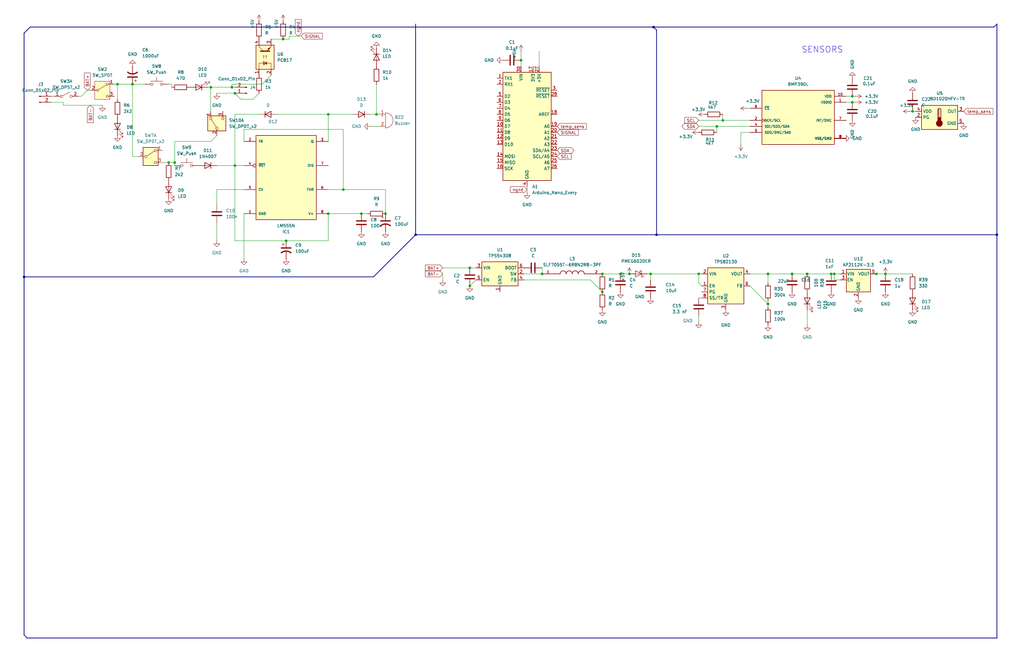
<source format=kicad_sch>
(kicad_sch (version 20250114) (generator "eeschema") (generator_version "9.0")
  (paper "USLedger")
  (lib_symbols
    (symbol "BMP390L:BMP390L" (pin_names (offset 1.016))
      (property "Reference" "U" (at -15.24 15.24 0))
      (property "Value" "BMP390L" (at -15.24 -15.24 0))
      (symbol "BMP390L_0_0"
        (pin input line (at -20.32 5.08 0) (length 5.08) (name "~{CS}") (number "6"))
        (pin input clock (at -20.32 0 0) (length 5.08) (name "SCK/SCL") (number "2"))
        (pin bidirectional line (at -20.32 -2.54 0) (length 5.08) (name "SDI/SDO/SDA") (number "4"))
        (pin bidirectional line (at -20.32 -5.08 0) (length 5.08) (name "SDO/DNC/SA0") (number "5"))
        (pin power_in line (at 20.32 10.16 180) (length 5.08) (name "VDD") (number "10"))
        (pin power_in line (at 20.32 7.62 180) (length 5.08) (name "VDDIO") (number "1"))
        (pin output line (at 20.32 0 180) (length 5.08) (name "INT/DNC") (number "7"))
        (pin power_in line (at 20.32 -7.62 180) (length 5.08) (name "VSS/GND") (number "3"))
        (pin power_in line (at 20.32 -7.62 180) (length 5.08) (name "VSS/GND") (number "8"))
        (pin power_in line (at 20.32 -7.62 180) (length 5.08) (name "VSS/GND") (number "9"))
      )
    )
    (symbol "Connector:Conn_01x02_Pin" (pin_names (offset 1.016) (hide yes))
      (property "Reference" "J" (at 0 2.54 0))
      (property "Value" "Conn_01x02_Pin" (at 0 -5.08 0))
      (symbol "Conn_01x02_Pin_1_1"
        (pin passive line (at 5.08 0 180) (length 3.81) (name "Pin_1") (number "1"))
        (pin passive line (at 5.08 -2.54 180) (length 3.81) (name "Pin_2") (number "2"))
      )
    )
    (symbol "Device:Buzzer" (pin_names (offset 0.0254) (hide yes))
      (property "Reference" "BZ" (at 3.81 1.27 0))
      (property "Value" "Buzzer" (at 3.81 -1.27 0))
      (symbol "Buzzer_1_1"
        (pin passive line (at -2.54 2.54 0) (length 2.54) (name "+") (number "1"))
        (pin passive line (at -2.54 -2.54 0) (length 2.54) (name "-") (number "2"))
      )
    )
    (symbol "Device:C" (pin_numbers (hide yes)) (pin_names (offset 0.254))
      (property "Reference" "C" (at 0.635 2.54 0))
      (property "Value" "C" (at 0.635 -2.54 0))
      (symbol "C_1_1"
        (pin passive line (at 0 3.81 270) (length 2.794) (name "~") (number "1"))
        (pin passive line (at 0 -3.81 90) (length 2.794) (name "~") (number "2"))
      )
    )
    (symbol "Device:C_Polarized_US" (pin_numbers (hide yes)) (pin_names (offset 0.254) (hide yes))
      (property "Reference" "C" (at 0.635 2.54 0))
      (property "Value" "C_Polarized_US" (at 0.635 -2.54 0))
      (symbol "C_Polarized_US_1_1"
        (pin passive line (at 0 3.81 270) (length 2.794) (name "~") (number "1"))
        (pin passive line (at 0 -3.81 90) (length 3.302) (name "~") (number "2"))
      )
    )
    (symbol "Device:D" (pin_numbers (hide yes)) (pin_names (offset 1.016) (hide yes))
      (property "Reference" "D" (at 0 2.54 0))
      (property "Value" "D" (at 0 -2.54 0))
      (symbol "D_1_1"
        (pin passive line (at -3.81 0 0) (length 2.54) (name "K") (number "1"))
        (pin passive line (at 3.81 0 180) (length 2.54) (name "A") (number "2"))
      )
    )
    (symbol "Device:LED" (pin_numbers (hide yes)) (pin_names (offset 1.016) (hide yes))
      (property "Reference" "D" (at 0 2.54 0))
      (property "Value" "LED" (at 0 -2.54 0))
      (symbol "LED_1_1"
        (pin passive line (at -3.81 0 0) (length 2.54) (name "K") (number "1"))
        (pin passive line (at 3.81 0 180) (length 2.54) (name "A") (number "2"))
      )
    )
    (symbol "Device:R" (pin_numbers (hide yes)) (pin_names (offset 0))
      (property "Reference" "R" (at 2.032 0 90))
      (property "Value" "R" (at 0 0 90))
      (symbol "R_1_1"
        (pin passive line (at 0 3.81 270) (length 1.27) (name "~") (number "1"))
        (pin passive line (at 0 -3.81 90) (length 1.27) (name "~") (number "2"))
      )
    )
    (symbol "Diode:PMEG6020ER" (pin_numbers (hide yes)) (pin_names (hide yes))
      (property "Reference" "D" (at 0 2.54 0))
      (property "Value" "PMEG6020ER" (at 0 -2.54 0))
      (symbol "PMEG6020ER_1_1"
        (pin passive line (at -3.81 0 0) (length 2.54) (name "K") (number "1"))
        (pin passive line (at 3.81 0 180) (length 2.54) (name "A") (number "2"))
      )
    )
    (symbol "Isolator:PC817" (pin_names (offset 1.016))
      (property "Reference" "U" (at -5.08 5.08 0))
      (property "Value" "PC817" (at 0 5.08 0))
      (symbol "PC817_1_1"
        (pin passive line (at -7.62 2.54 0) (length 2.54) (name "~") (number "1"))
        (pin passive line (at -7.62 -2.54 0) (length 2.54) (name "~") (number "2"))
        (pin passive line (at 7.62 2.54 180) (length 2.54) (name "~") (number "4"))
        (pin passive line (at 7.62 -2.54 180) (length 2.54) (name "~") (number "3"))
      )
    )
    (symbol "LM555N:LM555N" (pin_names (offset 1.016))
      (property "Reference" "IC" (at -12.7 18.542 0))
      (property "Value" "LM555N" (at -12.7 -19.812 0))
      (symbol "LM555N_0_0"
        (pin power_in line (at -17.78 15.24 0) (length 5.08) (name "GND") (number "1"))
        (pin input line (at -17.78 5.08 0) (length 5.08) (name "CV") (number "5"))
        (pin input inverted (at -17.78 -5.08 0) (length 5.08) (name "~{RST}") (number "4"))
        (pin input line (at -17.78 -15.24 0) (length 5.08) (name "TR") (number "2"))
        (pin power_in line (at 17.78 15.24 180) (length 5.08) (name "V+") (number "8"))
        (pin input line (at 17.78 5.08 180) (length 5.08) (name "THR") (number "6"))
        (pin input line (at 17.78 -5.08 180) (length 5.08) (name "DIS") (number "7"))
        (pin output line (at 17.78 -15.24 180) (length 5.08) (name "Q") (number "3"))
      )
    )
    (symbol "MCU_Module:Arduino_Nano_Every"
      (property "Reference" "A" (at -10.16 23.495 0))
      (property "Value" "Arduino_Nano_Every" (at 5.08 -24.13 0))
      (symbol "Arduino_Nano_Every_1_1"
        (pin bidirectional line (at -12.7 20.32 0) (length 2.54) (name "TX1") (number "1"))
        (pin bidirectional line (at -12.7 17.78 0) (length 2.54) (name "RX1") (number "2"))
        (pin bidirectional line (at -12.7 12.7 0) (length 2.54) (name "D2") (number "5"))
        (pin bidirectional line (at -12.7 10.16 0) (length 2.54) (name "D3") (number "6"))
        (pin bidirectional line (at -12.7 7.62 0) (length 2.54) (name "D4") (number "7"))
        (pin bidirectional line (at -12.7 5.08 0) (length 2.54) (name "D5") (number "8"))
        (pin bidirectional line (at -12.7 2.54 0) (length 2.54) (name "D6") (number "9"))
        (pin bidirectional line (at -12.7 0 0) (length 2.54) (name "D7") (number "10"))
        (pin bidirectional line (at -12.7 -2.54 0) (length 2.54) (name "D8") (number "11"))
        (pin bidirectional line (at -12.7 -5.08 0) (length 2.54) (name "D9") (number "12"))
        (pin bidirectional line (at -12.7 -7.62 0) (length 2.54) (name "D10") (number "13"))
        (pin bidirectional line (at -12.7 -12.7 0) (length 2.54) (name "MOSI") (number "14"))
        (pin bidirectional line (at -12.7 -15.24 0) (length 2.54) (name "MISO") (number "15"))
        (pin bidirectional line (at -12.7 -17.78 0) (length 2.54) (name "SCK") (number "16"))
        (pin power_in line (at -2.54 25.4 270) (length 2.54) (name "VIN") (number "30"))
        (pin passive line (at 0 -25.4 90) (length 2.54) (hide yes) (name "GND") (number "29"))
        (pin power_in line (at 0 -25.4 90) (length 2.54) (name "GND") (number "4"))
        (pin power_out line (at 2.54 25.4 270) (length 2.54) (name "3V3") (number "17"))
        (pin power_out line (at 5.08 25.4 270) (length 2.54) (name "+5V") (number "27"))
        (pin input line (at 12.7 15.24 180) (length 2.54) (name "~{RESET}") (number "3"))
        (pin input line (at 12.7 12.7 180) (length 2.54) (name "~{RESET}") (number "28"))
        (pin input line (at 12.7 5.08 180) (length 2.54) (name "AREF") (number "18"))
        (pin bidirectional line (at 12.7 0 180) (length 2.54) (name "A0") (number "19"))
        (pin bidirectional line (at 12.7 -2.54 180) (length 2.54) (name "A1") (number "20"))
        (pin bidirectional line (at 12.7 -5.08 180) (length 2.54) (name "A2") (number "21"))
        (pin bidirectional line (at 12.7 -7.62 180) (length 2.54) (name "A3") (number "22"))
        (pin bidirectional line (at 12.7 -10.16 180) (length 2.54) (name "SDA/A4") (number "23"))
        (pin bidirectional line (at 12.7 -12.7 180) (length 2.54) (name "SCL/A5") (number "24"))
        (pin bidirectional line (at 12.7 -15.24 180) (length 2.54) (name "A6") (number "25"))
        (pin bidirectional line (at 12.7 -17.78 180) (length 2.54) (name "A7") (number "26"))
      )
    )
    (symbol "Regulator_Linear:AP2112K-3.3" (pin_names (offset 0.254))
      (property "Reference" "U" (at -5.08 5.715 0))
      (property "Value" "AP2112K-3.3" (at 0 5.715 0))
      (symbol "AP2112K-3.3_1_1"
        (pin power_in line (at -7.62 2.54 0) (length 2.54) (name "VIN") (number "1"))
        (pin input line (at -7.62 0 0) (length 2.54) (name "EN") (number "3"))
        (pin power_in line (at 0 -7.62 90) (length 2.54) (name "GND") (number "2"))
        (pin no_connect line (at 5.08 0 180) (length 2.54) (hide yes) (name "NC") (number "4"))
        (pin power_out line (at 7.62 2.54 180) (length 2.54) (name "VOUT") (number "5"))
      )
    )
    (symbol "Regulator_Switching:TPS54308"
      (property "Reference" "U" (at -7.62 6.35 0))
      (property "Value" "TPS54308" (at 0 6.35 0))
      (symbol "TPS54308_1_1"
        (pin power_in line (at -10.16 2.54 0) (length 2.54) (name "VIN") (number "3"))
        (pin input line (at -10.16 -2.54 0) (length 2.54) (name "EN") (number "5"))
        (pin power_in line (at 0 -7.62 90) (length 2.54) (name "GND") (number "1"))
        (pin passive line (at 10.16 2.54 180) (length 2.54) (name "BOOT") (number "6"))
        (pin power_out line (at 10.16 0 180) (length 2.54) (name "SW") (number "2"))
        (pin input line (at 10.16 -2.54 180) (length 2.54) (name "FB") (number "4"))
      )
    )
    (symbol "Regulator_Switching:TPS82130"
      (property "Reference" "U" (at 1.27 11.43 0))
      (property "Value" "TPS82130" (at 5.08 8.89 0))
      (symbol "TPS82130_1_1"
        (pin power_in line (at -10.16 5.08 0) (length 2.54) (name "VIN") (number "2"))
        (pin input line (at -10.16 0 0) (length 2.54) (name "EN") (number "1"))
        (pin open_collector line (at -10.16 -2.54 0) (length 2.54) (name "PG") (number "7"))
        (pin input line (at -10.16 -5.08 0) (length 2.54) (name "SS/TR") (number "8"))
        (pin power_in line (at 0 -10.16 90) (length 2.54) (name "GND") (number "3"))
        (pin passive line (at 0 -10.16 90) (length 2.54) (hide yes) (name "GND") (number "9"))
        (pin power_out line (at 10.16 5.08 180) (length 2.54) (name "VOUT") (number "4"))
        (pin passive line (at 10.16 5.08 180) (length 2.54) (hide yes) (name "VOUT") (number "5"))
        (pin input line (at 10.16 0 180) (length 2.54) (name "FB") (number "6"))
      )
    )
    (symbol "SLF7055T-6R8N2R8-3PF[1]:SLF7055T-6R8N2R8-3PF" (pin_names (offset 1.016))
      (property "Reference" "L" (at -10.16 5.08 0))
      (property "Value" "SLF7055T-6R8N2R8-3PF" (at -10.16 -5.08 0))
      (symbol "SLF7055T-6R8N2R8-3PF_0_0"
        (pin passive line (at -12.7 0 0) (length 5.08) (name "~") (number "1"))
        (pin passive line (at 12.7 0 180) (length 5.08) (name "~") (number "2"))
      )
    )
    (symbol "Sensor_Temperature:BD1020HFV"
      (property "Reference" "U" (at 0 6.35 0))
      (property "Value" "BD1020HFV" (at -5.08 -6.35 0))
      (symbol "BD1020HFV_1_1"
        (pin power_in line (at -10.16 2.54 0) (length 2.54) (name "VDD") (number "4"))
        (pin passive line (at -10.16 0 0) (length 2.54) (name "PG") (number "2"))
        (pin no_connect line (at -7.62 -2.54 0) (length 2.54) (hide yes) (name "NC") (number "1"))
        (pin output line (at 10.16 2.54 180) (length 2.54) (name "OUT") (number "3"))
        (pin power_in line (at 10.16 -2.54 180) (length 2.54) (name "GND") (number "5"))
      )
    )
    (symbol "Switch:SW_DPDT_x2" (pin_names (offset 0) (hide yes))
      (property "Reference" "SW" (at 0 5.08 0))
      (property "Value" "SW_DPDT_x2" (at 0 -5.08 0))
      (symbol "SW_DPDT_x2_1_1"
        (pin passive line (at -5.08 0 0) (length 2.54) (name "B") (number "2"))
        (pin passive line (at 5.08 2.54 180) (length 2.54) (name "A") (number "1"))
        (pin passive line (at 5.08 -2.54 180) (length 2.54) (name "C") (number "3"))
      )
      (symbol "SW_DPDT_x2_2_1"
        (pin passive line (at -5.08 0 0) (length 2.54) (name "B") (number "5"))
        (pin passive line (at 5.08 2.54 180) (length 2.54) (name "A") (number "4"))
        (pin passive line (at 5.08 -2.54 180) (length 2.54) (name "C") (number "6"))
      )
    )
    (symbol "Switch:SW_DPST_x2" (pin_names (offset 0) (hide yes))
      (property "Reference" "SW" (at 0 3.175 0))
      (property "Value" "SW_DPST_x2" (at 0 -2.54 0))
      (symbol "SW_DPST_x2_1_1"
        (pin passive line (at -5.08 0 0) (length 2.54) (name "A") (number "1"))
        (pin passive line (at 5.08 0 180) (length 2.54) (name "B") (number "2"))
      )
      (symbol "SW_DPST_x2_2_1"
        (pin passive line (at -5.08 0 0) (length 2.54) (name "A") (number "3"))
        (pin passive line (at 5.08 0 180) (length 2.54) (name "B") (number "4"))
      )
    )
    (symbol "Switch:SW_Push" (pin_numbers (hide yes)) (pin_names (offset 1.016) (hide yes))
      (property "Reference" "SW" (at 1.27 2.54 0))
      (property "Value" "SW_Push" (at 0 -1.524 0))
      (symbol "SW_Push_0_1"
        (pin passive line (at -5.08 0 0) (length 2.54) (name "1") (number "1"))
        (pin passive line (at 5.08 0 180) (length 2.54) (name "2") (number "2"))
      )
    )
    (symbol "Switch:SW_SPDT" (pin_names (offset 0) (hide yes))
      (property "Reference" "SW" (at 0 5.08 0))
      (property "Value" "SW_SPDT" (at 0 -5.08 0))
      (symbol "SW_SPDT_1_1"
        (pin passive line (at -5.08 0 0) (length 2.54) (name "B") (number "2"))
        (pin passive line (at 5.08 2.54 180) (length 2.54) (name "A") (number "1"))
        (pin passive line (at 5.08 -2.54 180) (length 2.54) (name "C") (number "3"))
      )
    )
    (symbol "power:+3.3V" (power) (pin_numbers (hide yes)) (pin_names (offset 0) (hide yes))
      (property "Value" "+3.3V" (at 0 3.556 0))
      (symbol "+3.3V_1_1"
        (pin power_in line (at 0 0 90) (length 0) (name "~") (number "1"))
      )
    )
    (symbol "power:+5V" (power) (pin_numbers (hide yes)) (pin_names (offset 0) (hide yes))
      (property "Value" "+5V" (at 0 3.556 0))
      (symbol "+5V_1_1"
        (pin power_in line (at 0 0 90) (length 0) (name "~") (number "1"))
      )
    )
    (symbol "power:GND" (power) (pin_numbers (hide yes)) (pin_names (offset 0) (hide yes))
      (property "Value" "GND" (at 0 -3.81 0))
      (symbol "GND_1_1"
        (pin power_in line (at 0 0 270) (length 0) (name "~") (number "1"))
      )
    )
  )
  (text "SENSORS " (at 347.726 21.082 0) (effects (font (size 2.54 2.54))))
  (junction (at 351.79 115.57))
  (junction (at 261.62 115.57))
  (junction (at 99.06 39.37))
  (junction (at 198.12 113.03))
  (junction (at 99.06 69.85))
  (junction (at 158.75 48.26))
  (junction (at 152.4 90.17))
  (junction (at 334.01 115.57))
  (junction (at 219.71 25.4))
  (junction (at 55.88 35.56))
  (junction (at 275.59 11.43))
  (junction (at 71.12 68.58))
  (junction (at 162.56 90.17))
  (junction (at 274.32 115.57))
  (junction (at 369.57 115.57))
  (junction (at 254 123.19))
  (junction (at 323.85 128.27))
  (junction (at 350.52 115.57))
  (junction (at 265.43 115.57))
  (junction (at 373.38 115.57))
  (junction (at 302.26 53.34))
  (junction (at 304.8 50.8))
  (junction (at 228.6 115.57))
  (junction (at 323.85 115.57))
  (junction (at 359.41 43.18))
  (junction (at 276.86 99.06))
  (junction (at 359.41 40.64))
  (junction (at 294.64 115.57))
  (junction (at 88.9 36.83))
  (junction (at 198.12 120.65))
  (junction (at 119.38 16.51))
  (junction (at 73.66 68.58))
  (junction (at 340.36 115.57))
  (junction (at 49.53 35.56))
  (junction (at 384.81 46.99))
  (junction (at 144.78 80.01))
  (junction (at 138.43 90.17))
  (junction (at 120.65 101.6))
  (junction (at 138.43 48.26))
  (junction (at 175.26 99.06))
  (junction (at 254 115.57))
  (junction (at 97.79 36.83))
  (junction (at 420.37 99.06))
  (junction (at 10.16 116.84))
  (wire (pts (xy 295.91 120.65) (xy 294.64 119.38)))
  (wire (pts (xy 302.26 53.34) (xy 302.26 55.88)))
  (wire (pts (xy 162.56 80.01) (xy 162.56 90.17)))
  (wire (pts (xy 312.42 55.88) (xy 312.42 60.96)))
  (wire (pts (xy 127 15.24) (xy 121.92 15.24)))
  (wire (pts (xy 316.23 120.65) (xy 323.85 128.27)))
  (wire (pts (xy 356.87 58.42) (xy 355.6 58.42)))
  (bus (pts (xy 10.16 116.84) (xy 10.16 13.97)))
  (wire (pts (xy 367.03 115.57) (xy 369.57 115.57)))
  (wire (pts (xy 152.4 90.17) (xy 154.94 90.17)))
  (wire (pts (xy 91.44 93.98) (xy 91.44 101.6)))
  (wire (pts (xy 110.49 35.56) (xy 114.3 31.75)))
  (wire (pts (xy 88.9 59.69) (xy 91.44 57.15)))
  (wire (pts (xy 48.26 35.56) (xy 49.53 35.56)))
  (bus (pts (xy 175.26 99.06) (xy 276.86 99.06)))
  (wire (pts (xy 316.23 45.72) (xy 314.96 45.72)))
  (wire (pts (xy 350.52 115.57) (xy 351.79 115.57)))
  (wire (pts (xy 220.98 115.57) (xy 228.6 115.57)))
  (wire (pts (xy 160.02 53.34) (xy 156.21 53.34)))
  (bus (pts (xy 157.48 116.84) (xy 175.26 99.06)))
  (bus (pts (xy 420.37 10.16) (xy 420.37 99.06)))
  (wire (pts (xy 323.85 115.57) (xy 334.01 115.57)))
  (bus (pts (xy 276.86 12.7) (xy 275.59 11.43)))
  (wire (pts (xy 102.87 54.61) (xy 144.78 54.61)))
  (wire (pts (xy 294.64 133.35) (xy 294.64 135.89)))
  (wire (pts (xy 71.12 35.56) (xy 72.39 35.56)))
  (wire (pts (xy 219.71 25.4) (xy 219.71 27.94)))
  (wire (pts (xy 351.79 115.57) (xy 354.33 115.57)))
  (bus (pts (xy 10.16 116.84) (xy 157.48 116.84)))
  (wire (pts (xy 102.87 109.22) (xy 102.87 90.17)))
  (wire (pts (xy 99.06 69.85) (xy 102.87 69.85)))
  (wire (pts (xy 36.83 38.1) (xy 38.1 38.1)))
  (wire (pts (xy 158.75 35.56) (xy 158.75 48.26)))
  (wire (pts (xy 87.63 36.83) (xy 88.9 36.83)))
  (bus (pts (xy 420.37 99.06) (xy 420.37 269.24)))
  (wire (pts (xy 228.6 113.03) (xy 228.6 115.57)))
  (wire (pts (xy 304.8 48.26) (xy 304.8 50.8)))
  (wire (pts (xy 26.67 44.45) (xy 43.18 44.45)))
  (wire (pts (xy 302.26 53.34) (xy 316.23 53.34)))
  (wire (pts (xy 274.32 115.57) (xy 294.64 115.57)))
  (wire (pts (xy 22.86 40.64) (xy 21.59 40.64)))
  (wire (pts (xy 72.39 35.56) (xy 72.39 36.83)))
  (wire (pts (xy 49.53 35.56) (xy 55.88 35.56)))
  (wire (pts (xy 97.79 36.83) (xy 99.06 36.83)))
  (wire (pts (xy 160.02 48.26) (xy 158.75 48.26)))
  (wire (pts (xy 26.67 43.18) (xy 26.67 44.45)))
  (wire (pts (xy 356.87 40.64) (xy 359.41 40.64)))
  (wire (pts (xy 261.62 115.57) (xy 265.43 115.57)))
  (wire (pts (xy 144.78 80.01) (xy 162.56 80.01)))
  (wire (pts (xy 33.02 40.64) (xy 34.29 40.64)))
  (wire (pts (xy 274.32 118.11) (xy 274.32 115.57)))
  (wire (pts (xy 200.66 118.11) (xy 198.12 120.65)))
  (wire (pts (xy 248.92 118.11) (xy 254 123.19)))
  (wire (pts (xy 158.75 48.26) (xy 156.21 48.26)))
  (bus (pts (xy 275.59 11.43) (xy 419.1 11.43)))
  (wire (pts (xy 316.23 115.57) (xy 323.85 115.57)))
  (wire (pts (xy 55.88 35.56) (xy 60.96 35.56)))
  (wire (pts (xy 97.79 35.56) (xy 110.49 35.56)))
  (wire (pts (xy 99.06 69.85) (xy 99.06 101.6)))
  (wire (pts (xy 227.33 21.59) (xy 227.33 27.94)))
  (wire (pts (xy 97.79 36.83) (xy 97.79 35.56)))
  (wire (pts (xy 88.9 36.83) (xy 88.9 46.99)))
  (bus (pts (xy 420.37 269.24) (xy 11.43 269.24)))
  (wire (pts (xy 359.41 40.64) (xy 360.68 40.64)))
  (wire (pts (xy 323.85 119.38) (xy 323.85 115.57)))
  (wire (pts (xy 254 115.57) (xy 261.62 115.57)))
  (wire (pts (xy 294.64 50.8) (xy 304.8 50.8)))
  (wire (pts (xy 222.25 81.28) (xy 222.25 78.74)))
  (wire (pts (xy 91.44 80.01) (xy 102.87 80.01)))
  (wire (pts (xy 102.87 54.61) (xy 102.87 59.69)))
  (wire (pts (xy 186.69 118.11) (xy 186.69 115.57)))
  (wire (pts (xy 120.65 101.6) (xy 138.43 101.6)))
  (wire (pts (xy 383.54 46.99) (xy 384.81 46.99)))
  (wire (pts (xy 99.06 39.37) (xy 101.6 41.91)))
  (wire (pts (xy 121.92 15.24) (xy 121.92 16.51)))
  (wire (pts (xy 55.88 66.04) (xy 58.42 66.04)))
  (wire (pts (xy 73.66 68.58) (xy 73.66 59.69)))
  (wire (pts (xy 340.36 115.57) (xy 350.52 115.57)))
  (wire (pts (xy 356.87 43.18) (xy 359.41 43.18)))
  (wire (pts (xy 312.42 55.88) (xy 316.23 55.88)))
  (wire (pts (xy 294.64 125.73) (xy 295.91 125.73)))
  (wire (pts (xy 34.29 40.64) (xy 36.83 38.1)))
  (wire (pts (xy 71.12 68.58) (xy 73.66 68.58)))
  (wire (pts (xy 294.64 115.57) (xy 294.64 119.38)))
  (wire (pts (xy 138.43 48.26) (xy 138.43 59.69)))
  (wire (pts (xy 294.64 115.57) (xy 295.91 115.57)))
  (wire (pts (xy 55.88 35.56) (xy 55.88 66.04)))
  (wire (pts (xy 359.41 43.18) (xy 360.68 43.18)))
  (wire (pts (xy 369.57 115.57) (xy 373.38 115.57)))
  (wire (pts (xy 273.05 115.57) (xy 274.32 115.57)))
  (bus (pts (xy 276.86 99.06) (xy 420.37 99.06)))
  (wire (pts (xy 351.79 115.57) (xy 351.79 118.11)))
  (wire (pts (xy 198.12 113.03) (xy 200.66 113.03)))
  (wire (pts (xy 340.36 130.81) (xy 340.36 137.16)))
  (wire (pts (xy 373.38 115.57) (xy 384.81 115.57)))
  (wire (pts (xy 49.53 35.56) (xy 49.53 41.91)))
  (bus (pts (xy 12.7 11.43) (xy 275.59 11.43)))
  (wire (pts (xy 148.59 48.26) (xy 138.43 48.26)))
  (wire (pts (xy 384.81 46.99) (xy 386.08 46.99)))
  (wire (pts (xy 68.58 68.58) (xy 71.12 68.58)))
  (wire (pts (xy 73.66 69.85) (xy 73.66 68.58)))
  (wire (pts (xy 99.06 101.6) (xy 120.65 101.6)))
  (wire (pts (xy 220.98 118.11) (xy 248.92 118.11)))
  (wire (pts (xy 91.44 80.01) (xy 91.44 86.36)))
  (wire (pts (xy 99.06 48.26) (xy 109.22 48.26)))
  (wire (pts (xy 73.66 59.69) (xy 88.9 59.69)))
  (bus (pts (xy 175.26 10.16) (xy 175.26 99.06)))
  (wire (pts (xy 116.84 48.26) (xy 138.43 48.26)))
  (wire (pts (xy 334.01 115.57) (xy 340.36 115.57)))
  (wire (pts (xy 144.78 54.61) (xy 144.78 80.01)))
  (wire (pts (xy 323.85 127) (xy 323.85 128.27)))
  (wire (pts (xy 91.44 69.85) (xy 99.06 69.85)))
  (wire (pts (xy 101.6 41.91) (xy 106.68 41.91)))
  (wire (pts (xy 119.38 16.51) (xy 114.3 16.51)))
  (bus (pts (xy 10.16 13.97) (xy 12.7 11.43)))
  (wire (pts (xy 304.8 50.8) (xy 316.23 50.8)))
  (wire (pts (xy 106.68 41.91) (xy 109.22 39.37)))
  (wire (pts (xy 21.59 43.18) (xy 26.67 43.18)))
  (bus (pts (xy 10.16 267.97) (xy 10.16 116.84)))
  (wire (pts (xy 323.85 129.54) (xy 323.85 128.27)))
  (wire (pts (xy 88.9 36.83) (xy 97.79 36.83)))
  (wire (pts (xy 99.06 39.37) (xy 91.44 39.37)))
  (wire (pts (xy 121.92 16.51) (xy 119.38 16.51)))
  (wire (pts (xy 351.79 118.11) (xy 354.33 118.11)))
  (bus (pts (xy 276.86 99.06) (xy 276.86 12.7)))
  (wire (pts (xy 219.71 21.59) (xy 219.71 25.4)))
  (wire (pts (xy 186.69 113.03) (xy 198.12 113.03)))
  (bus (pts (xy 419.1 11.43) (xy 420.37 10.16)))
  (wire (pts (xy 138.43 90.17) (xy 152.4 90.17)))
  (wire (pts (xy 294.64 53.34) (xy 302.26 53.34)))
  (wire (pts (xy 99.06 48.26) (xy 99.06 69.85)))
  (bus (pts (xy 11.43 269.24) (xy 10.16 267.97)))
  (wire (pts (xy 138.43 80.01) (xy 144.78 80.01)))
  (wire (pts (xy 138.43 90.17) (xy 138.43 101.6)))
  (global_label "temp_sens" (shape input) (at 406.4 46.99 0) (property "Intersheetrefs" "${INTERSHEET_REFS}" (effects (hide yes))))
  (global_label "BAT-" (shape input) (at 38.1 44.45 270) (property "Intersheetrefs" "${INTERSHEET_REFS}" (effects (hide yes))))
  (global_label "SIGNAL" (shape input) (at 127 15.24 0) (property "Intersheetrefs" "${INTERSHEET_REFS}" (effects (hide yes))))
  (global_label "BAT-" (shape input) (at 186.69 115.57 180) (property "Intersheetrefs" "${INTERSHEET_REFS}" (effects (hide yes))))
  (global_label "temp_sens" (shape input) (at 234.95 53.34 0) (property "Intersheetrefs" "${INTERSHEET_REFS}" (effects (hide yes))))
  (global_label "SDA" (shape bidirectional) (at 234.95 63.5 0) (property "Intersheetrefs" "${INTERSHEET_REFS}" (effects (hide yes))))
  (global_label "ngnd" (shape input) (at 222.25 80.01 180) (property "Intersheetrefs" "${INTERSHEET_REFS}" (effects (hide yes))))
  (global_label "SIGNAL" (shape input) (at 234.95 55.88 0) (property "Intersheetrefs" "${INTERSHEET_REFS}" (effects (hide yes))))
  (global_label "BAT+" (shape input) (at 36.83 38.1 90) (property "Intersheetrefs" "${INTERSHEET_REFS}" (effects (hide yes))))
  (global_label "BAT+" (shape input) (at 186.69 113.03 180) (property "Intersheetrefs" "${INTERSHEET_REFS}" (effects (hide yes))))
  (global_label "SCL" (shape input) (at 234.95 66.04 0) (property "Intersheetrefs" "${INTERSHEET_REFS}" (effects (hide yes))))
  (global_label "ngnd" (shape input) (at 125.73 15.24 90) (property "Intersheetrefs" "${INTERSHEET_REFS}" (effects (hide yes))))
  (global_label "SCL" (shape input) (at 294.64 50.8 180) (property "Intersheetrefs" "${INTERSHEET_REFS}" (effects (hide yes))))
  (global_label "SDA" (shape bidirectional) (at 294.64 53.34 180) (property "Intersheetrefs" "${INTERSHEET_REFS}" (effects (hide yes))))
  (symbol (lib_id "power:GND") (at 406.4 52.07 0) (unit 1)
    (property "Reference" "#PWR0171" (effects (hide yes)))
    (property "Value" "GND" (at 406.4 57.15 0))
    (property "Description" "Power symbol creates a global label with name \"GND\" , ground" (effects (hide yes)))
  )
  (symbol (lib_id "power:GND") (at 386.08 49.53 0) (unit 1)
    (property "Reference" "#PWR0172" (effects (hide yes)))
    (property "Value" "GND" (at 386.08 54.61 0))
    (property "Description" "Power symbol creates a global label with name \"GND\" , ground" (effects (hide yes)))
  )
  (symbol (lib_id "Device:C") (at 91.44 90.17 0) (unit 1)
    (property "Reference" "C10" (at 95.25 88.8999 0) (effects (justify left)))
    (property "Value" "100n" (at 95.25 91.4399 0) (effects (justify left)))
    (property "Description" "Unpolarized capacitor" (effects (hide yes)))
  )
  (symbol (lib_id "Device:LED") (at 71.12 80.01 90) (unit 1)
    (property "Reference" "D9" (at 74.93 80.3274 90) (effects (justify right)))
    (property "Value" "LED" (at 74.93 82.8674 90) (effects (justify right)))
    (property "Description" "Light emitting diode" (effects (hide yes)))
    (property "Sim.Pins" "1=K 2=A" (effects (hide yes)))
  )
  (symbol (lib_id "Device:D") (at 113.03 48.26 0) (unit 1)
    (property "Reference" "D12" (at 115.062 51.308 0))
    (property "Value" "D" (at 113.03 44.45 0))
    (property "Description" "Diode" (effects (hide yes)))
    (property "Sim.Device" "D" (effects (hide yes)))
    (property "Sim.Pins" "1=K 2=A" (effects (hide yes)))
  )
  (symbol (lib_id "power:GND") (at 254 130.81 0) (unit 1)
    (property "Reference" "#PWR04" (effects (hide yes)))
    (property "Value" "GND" (at 254 135.89 0))
    (property "Description" "Power symbol creates a global label with name \"GND\" , ground" (effects (hide yes)))
  )
  (symbol (lib_id "power:+3.3V") (at 360.68 40.64 270) (unit 1)
    (property "Reference" "#PWR0149" (effects (hide yes)))
    (property "Value" "+3.3V" (at 364.49 40.6399 90) (effects (justify left)))
    (property "Description" "Power symbol creates a global label with name \"+3.3V\"" (effects (hide yes)))
  )
  (symbol (lib_id "power:GND") (at 152.4 97.79 0) (unit 1)
    (property "Reference" "#PWR018" (effects (hide yes)))
    (property "Value" "GND" (at 152.4 102.87 0))
    (property "Description" "Power symbol creates a global label with name \"GND\" , ground" (effects (hide yes)))
  )
  (symbol (lib_id "Device:R") (at 298.45 55.88 90) (unit 1)
    (property "Reference" "R11" (at 299.466 58.928 90))
    (property "Value" "4k7" (at 299.212 60.452 90))
    (property "Footprint" "Resistor_SMD:R_0603_1608Metric" (effects (hide yes)))
    (property "Description" "Resistor" (effects (hide yes)))
  )
  (symbol (lib_id "Device:R") (at 254 119.38 0) (unit 1)
    (property "Reference" "R1" (at 256.54 118.1099 0) (effects (justify left)))
    (property "Value" "R" (at 256.54 120.6499 0) (effects (justify left)))
    (property "Description" "Resistor" (effects (hide yes)))
  )
  (symbol (lib_id "Device:C") (at 274.32 121.92 0) (unit 1)
    (property "Reference" "C14" (at 280.67 120.142 0) (effects (justify left)))
    (property "Value" "10uF" (at 280.67 122.682 0) (effects (justify left)))
    (property "Footprint" "Capacitor_SMD:C_0603_1608Metric" (effects (hide yes)))
    (property "Description" "Unpolarized capacitor" (effects (hide yes)))
  )
  (symbol (lib_id "Device:Buzzer") (at 162.56 50.8 0) (unit 1)
    (property "Reference" "BZ2" (at 166.37 49.5299 0) (effects (justify left)))
    (property "Value" "Buzzer" (at 166.37 52.0699 0) (effects (justify left)))
    (property "Description" "Buzzer, polarized" (effects (hide yes)))
  )
  (symbol (lib_id "Switch:SW_Push") (at 66.04 35.56 0) (unit 1)
    (property "Reference" "SW8" (at 66.04 27.94 0))
    (property "Value" "SW_Push" (at 66.04 30.48 0))
    (property "Description" "Push button switch, generic, two pins" (effects (hide yes)))
  )
  (symbol (lib_id "Device:D") (at 87.63 69.85 180) (unit 1)
    (property "Reference" "D11" (at 87.63 63.5 0))
    (property "Value" "1N4007" (at 87.63 66.04 0))
    (property "Description" "Diode" (effects (hide yes)))
    (property "Sim.Device" "D" (effects (hide yes)))
    (property "Sim.Pins" "1=K 2=A" (effects (hide yes)))
  )
  (symbol (lib_id "Regulator_Linear:AP2112K-3.3") (at 361.95 118.11 0) (unit 1)
    (property "Reference" "U12" (at 361.95 109.22 0))
    (property "Value" "AP2112K-3.3" (at 361.95 111.76 0))
    (property "Footprint" "Package_TO_SOT_SMD:SOT-23-5" (effects (hide yes)))
    (property "Datasheet" "https://www.diodes.com/assets/Datasheets/AP2112.pdf" (effects (hide yes)))
    (property "Description" "600mA low dropout linear regulator, with enable pin, 3.8V-6V input voltage range, 3.3V fixed positive output, SOT-23-5" (effects (hide yes)))
  )
  (symbol (lib_id "power:GND") (at 102.87 109.22 0) (unit 1)
    (property "Reference" "#PWR020" (effects (hide yes)))
    (property "Value" "GND" (at 102.87 114.3 0))
    (property "Description" "Power symbol creates a global label with name \"GND\" , ground" (effects (hide yes)))
  )
  (symbol (lib_id "Device:LED") (at 158.75 24.13 270) (unit 1)
    (property "Reference" "D14" (at 161.29 21.2724 90) (effects (justify left)))
    (property "Value" "LED" (at 161.29 23.8124 90) (effects (justify left)))
    (property "Description" "Light emitting diode" (effects (hide yes)))
    (property "Sim.Pins" "1=K 2=A" (effects (hide yes)))
  )
  (symbol (lib_id "Device:C_Polarized_US") (at 55.88 31.75 180) (unit 1)
    (property "Reference" "C6" (at 59.944 21.082 0) (effects (justify right)))
    (property "Value" "1000uF" (at 59.944 23.622 0) (effects (justify right)))
    (property "Description" "Polarized capacitor, US symbol" (effects (hide yes)))
  )
  (symbol (lib_id "power:GND") (at 274.32 125.73 0) (unit 1)
    (property "Reference" "#PWR0131" (effects (hide yes)))
    (property "Value" "GND" (at 269.748 125.222 0))
    (property "Description" "Power symbol creates a global label with name \"GND\" , ground" (effects (hide yes)))
  )
  (symbol (lib_id "power:GND") (at 71.12 83.82 0) (unit 1)
    (property "Reference" "#PWR015" (effects (hide yes)))
    (property "Value" "GND" (at 71.12 88.9 0))
    (property "Description" "Power symbol creates a global label with name \"GND\" , ground" (effects (hide yes)))
  )
  (symbol (lib_id "power:GND") (at 384.81 130.81 0) (unit 1)
    (property "Reference" "#PWR0193" (effects (hide yes)))
    (property "Value" "GND" (at 384.81 135.89 0))
    (property "Description" "Power symbol creates a global label with name \"GND\" , ground" (effects (hide yes)))
  )
  (symbol (lib_id "power:+3.3V") (at 314.96 45.72 90) (unit 1)
    (property "Reference" "#PWR0145" (effects (hide yes)))
    (property "Value" "+3.3V" (at 320.294 42.672 90) (effects (justify left)))
    (property "Description" "Power symbol creates a global label with name \"+3.3V\"" (effects (hide yes)))
  )
  (symbol (lib_id "power:GND") (at 323.85 137.16 0) (unit 1)
    (property "Reference" "#PWR0186" (effects (hide yes)))
    (property "Value" "GND" (at 323.85 142.24 0))
    (property "Description" "Power symbol creates a global label with name \"GND\" , ground" (effects (hide yes)))
  )
  (symbol (lib_id "Device:R") (at 119.38 12.7 0) (unit 1)
    (property "Reference" "R4" (at 121.92 11.4299 0) (effects (justify left)))
    (property "Value" "R" (at 121.92 13.9699 0) (effects (justify left)))
    (property "Description" "Resistor" (effects (hide yes)))
  )
  (symbol (lib_id "Device:C") (at 224.79 113.03 90) (unit 1)
    (property "Reference" "C3" (at 224.79 105.41 90))
    (property "Value" "C" (at 224.79 107.95 90))
    (property "Description" "Unpolarized capacitor" (effects (hide yes)))
  )
  (symbol (lib_id "power:+3.3V") (at 312.42 60.96 180) (unit 1)
    (property "Reference" "#PWR0161" (effects (hide yes)))
    (property "Value" "+3.3V" (at 312.42 66.04 0))
    (property "Description" "Power symbol creates a global label with name \"+3.3V\"" (effects (hide yes)))
  )
  (symbol (lib_id "LM555N:LM555N") (at 120.65 74.93 0) (mirror x) (unit 1)
    (property "Reference" "IC1" (at 120.65 97.79 0))
    (property "Value" "LM555N" (at 120.65 95.25 0))
    (property "MF" "Intersil" (effects (hide yes)))
    (property "Description_1" "TIMER FOR TIMING DELAYS" (effects (hide yes)))
    (property "Package" "None" (effects (hide yes)))
    (property "Price" "None" (effects (hide yes)))
    (property "SnapEDA_Link" "https://www.snapeda.com/parts/LM555N/Intersil/view-part/?ref=snap" (effects (hide yes)))
    (property "MP" "LM555N" (effects (hide yes)))
    (property "Availability" "Not in stock" (effects (hide yes)))
    (property "Check_prices" "https://www.snapeda.com/parts/LM555N/Intersil/view-part/?ref=eda" (effects (hide yes)))
  )
  (symbol (lib_id "Device:R") (at 254 127 0) (unit 1)
    (property "Reference" "R2" (at 256.54 125.7299 0) (effects (justify left)))
    (property "Value" "R" (at 256.54 128.2699 0) (effects (justify left)))
    (property "Description" "Resistor" (effects (hide yes)))
  )
  (symbol (lib_id "Device:C") (at 359.41 46.99 180) (unit 1)
    (property "Reference" "C20" (at 367.792 46.99 0))
    (property "Value" "0.1uF" (at 367.792 49.022 0))
    (property "Footprint" "Capacitor_SMD:C_0603_1608Metric" (effects (hide yes)))
    (property "Description" "Unpolarized capacitor" (effects (hide yes)))
  )
  (symbol (lib_id "Switch:SW_DPST_x2") (at 27.94 40.64 0) (unit 1)
    (property "Reference" "SW3" (at 27.94 34.29 0))
    (property "Value" "SW_DPST_x2" (at 27.94 36.83 0))
    (property "Description" "Single Pole Single Throw (SPST) switch, separate symbol" (effects (hide yes)))
  )
  (symbol (lib_id "Regulator_Switching:TPS54308") (at 210.82 115.57 0) (unit 1)
    (property "Reference" "U1" (at 210.82 105.41 0))
    (property "Value" "TPS54308" (at 210.82 107.95 0))
    (property "Footprint" "Package_TO_SOT_SMD:SOT-23-6" (effects (hide yes)))
    (property "Datasheet" "http://www.ti.com/lit/ds/symlink/tps54308.pdf" (effects (hide yes)))
    (property "Description" "3A, 4.5 to 28V Input, EMI Friendly integrated switch synchronous step-down regulator, continuous-conduction, SOT-23-6" (effects (hide yes)))
  )
  (symbol (lib_id "power:+3.3V") (at 360.68 43.18 270) (unit 1)
    (property "Reference" "#PWR0147" (effects (hide yes)))
    (property "Value" "+3.3V" (at 364.49 43.1799 90) (effects (justify left)))
    (property "Description" "Power symbol creates a global label with name \"+3.3V\"" (effects (hide yes)))
  )
  (symbol (lib_id "Device:LED") (at 83.82 36.83 180) (unit 1)
    (property "Reference" "D10" (at 85.4075 29.21 0))
    (property "Value" "LED" (at 85.4075 31.75 0))
    (property "Description" "Light emitting diode" (effects (hide yes)))
    (property "Sim.Pins" "1=K 2=A" (effects (hide yes)))
  )
  (symbol (lib_id "BMP390L:BMP390L") (at 336.55 50.8 0) (unit 1)
    (property "Reference" "U4" (at 336.55 33.02 0))
    (property "Value" "BMP390L" (at 336.55 35.56 0))
    (property "Footprint" "Package_LGA:ST_HLGA-10_2x2mm_P0.5mm_LayoutBorder3x2y" (effects (hide yes)))
    (property "MF" "Bosch Sensortec" (effects (hide yes)))
    (property "MAXIMUM_PACKAGE_HEIGHT" "0.8 mm" (effects (hide yes)))
    (property "Package" "None" (effects (hide yes)))
    (property "Price" "None" (effects (hide yes)))
    (property "Check_prices" "https://www.snapeda.com/parts/BMP390L/Bosch/view-part/?ref=eda" (effects (hide yes)))
    (property "STANDARD" "Manufacturer Recommendation" (effects (hide yes)))
    (property "PARTREV" "1.7" (effects (hide yes)))
    (property "SnapEDA_Link" "https://www.snapeda.com/parts/BMP390L/Bosch/view-part/?ref=snap" (effects (hide yes)))
    (property "MP" "BMP390L" (effects (hide yes)))
    (property "Description_1" "\n                        \n                            Pressure Sensor Development Tools Evaluation Shuttle Board for the BMP390L\n                        \n" (effects (hide yes)))
    (property "MANUFACTURER" "BOSCH" (effects (hide yes)))
    (property "Availability" "In Stock" (effects (hide yes)))
    (property "SNAPEDA_PN" "BMP390L" (effects (hide yes)))
  )
  (symbol (lib_id "Isolator:PC817") (at 111.76 24.13 90) (unit 1)
    (property "Reference" "U6" (at 116.84 22.8599 90) (effects (justify right)))
    (property "Value" "PC817" (at 116.84 25.3999 90) (effects (justify right)))
    (property "Footprint" "Package_DIP:DIP-4_W7.62mm" (effects (hide yes)))
    (property "Datasheet" "http://www.soselectronic.cz/a_info/resource/d/pc817.pdf" (effects (hide yes)))
    (property "Description" "DC Optocoupler, Vce 35V, CTR 50-300%, DIP-4" (effects (hide yes)))
  )
  (symbol (lib_id "Sensor_Temperature:BD1020HFV") (at 396.24 49.53 0) (unit 1)
    (property "Reference" "U5" (at 396.24 39.37 0))
    (property "Value" "BD1020HFV-TR" (at 399.542 41.656 0))
    (property "Footprint" "Package_TO_SOT_SMD:HVSOF5" (effects (hide yes)))
    (property "Datasheet" "http://rohmfs.rohm.com/en/products/databook/datasheet/ic/sensor/temperature/bd1020hfv-e.pdf" (effects (hide yes)))
    (property "Description" "Analog Output Temperature Sensor" (effects (hide yes)))
  )
  (symbol (lib_id "Device:R") (at 49.53 45.72 0) (unit 1)
    (property "Reference" "R6" (at 52.07 44.4499 0) (effects (justify left)))
    (property "Value" "2k2" (at 52.07 46.9899 0) (effects (justify left)))
    (property "Description" "Resistor" (effects (hide yes)))
  )
  (symbol (lib_id "Regulator_Switching:TPS82130") (at 306.07 120.65 0) (unit 1)
    (property "Reference" "U2" (at 306.07 107.95 0))
    (property "Value" "TPS82130" (at 306.07 110.49 0))
    (property "Footprint" "Package_LGA:Texas_SIL0008D_MicroSiP-8-1EP_2.8x3mm_P0.65mm_EP1.1x1.9mm_ThermalVias" (effects (hide yes)))
    (property "Datasheet" "http://www.ti.com/lit/ds/symlink/tps82130.pdf" (effects (hide yes)))
    (property "Description" "17V Input 3A Step-Down Converter MicroSiP Module with Integrated Inductor, μSiL-8" (effects (hide yes)))
  )
  (symbol (lib_id "power:GND") (at 334.01 123.19 0) (unit 1)
    (property "Reference" "#PWR0187" (effects (hide yes)))
    (property "Value" "GND" (at 334.01 128.27 0))
    (property "Description" "Power symbol creates a global label with name \"GND\" , ground" (effects (hide yes)))
  )
  (symbol (lib_id "Device:C_Polarized_US") (at 162.56 93.98 0) (unit 1)
    (property "Reference" "C7" (at 166.37 92.0749 0) (effects (justify left)))
    (property "Value" "100uF" (at 166.37 94.6149 0) (effects (justify left)))
    (property "Description" "Polarized capacitor, US symbol" (effects (hide yes)))
  )
  (symbol (lib_id "Connector:Conn_01x02_Pin") (at 104.14 39.37 180) (unit 1)
    (property "Reference" "J4" (at 105.41 36.8299 0) (effects (justify right)))
    (property "Value" "Conn_01x02_Pin" (at 91.948 33.274 0) (effects (justify right)))
    (property "Description" "Generic connector, single row, 01x02, script generated" (effects (hide yes)))
  )
  (symbol (lib_id "power:GND") (at 373.38 123.19 0) (unit 1)
    (property "Reference" "#PWR0192" (effects (hide yes)))
    (property "Value" "GND" (at 373.38 128.27 0))
    (property "Description" "Power symbol creates a global label with name \"GND\" , ground" (effects (hide yes)))
  )
  (symbol (lib_id "Device:R") (at 158.75 90.17 90) (unit 1)
    (property "Reference" "R9" (at 158.75 83.82 90))
    (property "Value" "R" (at 158.75 86.36 90))
    (property "Description" "Resistor" (effects (hide yes)))
  )
  (symbol (lib_id "Device:C") (at 261.62 119.38 0) (unit 1)
    (property "Reference" "C4" (at 265.43 118.1099 0) (effects (justify left)))
    (property "Value" "C" (at 265.43 120.6499 0) (effects (justify left)))
    (property "Description" "Unpolarized capacitor" (effects (hide yes)))
  )
  (symbol (lib_id "power:GND") (at 91.44 39.37 0) (unit 1)
    (property "Reference" "#PWR016" (effects (hide yes)))
    (property "Value" "GND" (at 91.44 44.45 0))
    (property "Description" "Power symbol creates a global label with name \"GND\" , ground" (effects (hide yes)))
  )
  (symbol (lib_id "power:+5V") (at 219.71 21.59 0) (unit 1)
    (property "Reference" "#PWR0144" (effects (hide yes)))
    (property "Value" "+5V" (at 216.916 24.892 90) (effects (justify left)))
    (property "Description" "Power symbol creates a global label with name \"+5V\"" (effects (hide yes)))
  )
  (symbol (lib_id "power:GND") (at 156.21 53.34 270) (unit 1)
    (property "Reference" "#PWR022" (effects (hide yes)))
    (property "Value" "GND" (at 152.4 53.3399 90) (effects (justify right)))
    (property "Description" "Power symbol creates a global label with name \"GND\" , ground" (effects (hide yes)))
  )
  (symbol (lib_id "Device:LED") (at 49.53 53.34 90) (unit 1)
    (property "Reference" "D8" (at 53.34 53.6574 90) (effects (justify right)))
    (property "Value" "LED" (at 53.34 56.1974 90) (effects (justify right)))
    (property "Description" "Light emitting diode" (effects (hide yes)))
    (property "Sim.Pins" "1=K 2=A" (effects (hide yes)))
  )
  (symbol (lib_id "Device:R") (at 323.85 123.19 0) (unit 1)
    (property "Reference" "R35" (at 326.39 121.9199 0) (effects (justify left)))
    (property "Value" "350k" (at 326.39 124.4599 0) (effects (justify left)))
    (property "Footprint" "Resistor_SMD:R_0603_1608Metric" (effects (hide yes)))
    (property "Description" "Resistor" (effects (hide yes)))
  )
  (symbol (lib_id "power:GND") (at 120.65 109.22 0) (unit 1)
    (property "Reference" "#PWR019" (effects (hide yes)))
    (property "Value" "GND" (at 120.65 114.3 0))
    (property "Description" "Power symbol creates a global label with name \"GND\" , ground" (effects (hide yes)))
  )
  (symbol (lib_id "power:GND") (at 355.6 58.42 90) (unit 1)
    (property "Reference" "#PWR0167" (effects (hide yes)))
    (property "Value" "GND" (at 359.41 58.4199 90) (effects (justify right)))
    (property "Description" "Power symbol creates a global label with name \"GND\" , ground" (effects (hide yes)))
  )
  (symbol (lib_id "power:GND") (at 91.44 101.6 0) (unit 1)
    (property "Reference" "#PWR021" (effects (hide yes)))
    (property "Value" "GND" (at 91.44 106.68 0))
    (property "Description" "Power symbol creates a global label with name \"GND\" , ground" (effects (hide yes)))
  )
  (symbol (lib_id "Device:C") (at 334.01 119.38 0) (unit 1)
    (property "Reference" "C16" (at 337.82 118.1099 0) (effects (justify left)))
    (property "Value" "22uF" (at 327.914 118.618 0) (effects (justify left)))
    (property "Footprint" "Capacitor_SMD:C_0603_1608Metric" (effects (hide yes)))
    (property "Description" "Unpolarized capacitor" (effects (hide yes)))
  )
  (symbol (lib_id "power:GND") (at 55.88 27.94 180) (unit 1)
    (property "Reference" "#PWR014" (effects (hide yes)))
    (property "Value" "GND" (at 55.88 22.86 0))
    (property "Description" "Power symbol creates a global label with name \"GND\" , ground" (effects (hide yes)))
  )
  (symbol (lib_id "Connector:Conn_01x02_Pin") (at 16.51 40.64 0) (unit 1)
    (property "Reference" "J3" (at 17.145 35.56 0))
    (property "Value" "Conn_01x02_Pin" (at 17.145 38.1 0))
    (property "Description" "Generic connector, single row, 01x02, script generated" (effects (hide yes)))
  )
  (symbol (lib_id "Device:LED") (at 384.81 127 90) (unit 1)
    (property "Reference" "D17" (at 388.62 127.3174 90) (effects (justify right)))
    (property "Value" "LED" (at 388.62 129.8574 90) (effects (justify right)))
    (property "Footprint" "LED_SMD:LED_0201_0603Metric" (effects (hide yes)))
    (property "Description" "Light emitting diode" (effects (hide yes)))
    (property "Sim.Pins" "1=K 2=A" (effects (hide yes)))
  )
  (symbol (lib_id "power:GND") (at 306.07 130.81 0) (unit 1)
    (property "Reference" "#PWR027" (effects (hide yes)))
    (property "Value" "GND" (at 306.07 137.16 0))
    (property "Description" "Power symbol creates a global label with name \"GND\" , ground" (effects (hide yes)))
  )
  (symbol (lib_id "Switch:SW_Push") (at 78.74 69.85 0) (unit 1)
    (property "Reference" "SW9" (at 78.74 62.23 0))
    (property "Value" "SW_Push" (at 78.74 64.77 0))
    (property "Description" "Push button switch, generic, two pins" (effects (hide yes)))
  )
  (symbol (lib_id "Device:R") (at 323.85 133.35 0) (unit 1)
    (property "Reference" "R37" (at 326.39 132.0799 0) (effects (justify left)))
    (property "Value" "100k" (at 326.39 134.6199 0) (effects (justify left)))
    (property "Footprint" "Resistor_SMD:R_0603_1608Metric" (effects (hide yes)))
    (property "Description" "Resistor" (effects (hide yes)))
  )
  (symbol (lib_id "power:GND") (at 49.53 57.15 0) (unit 1)
    (property "Reference" "#PWR013" (effects (hide yes)))
    (property "Value" "GND" (at 49.53 62.23 0))
    (property "Description" "Power symbol creates a global label with name \"GND\" , ground" (effects (hide yes)))
  )
  (symbol (lib_id "power:GND") (at 340.36 137.16 0) (unit 1)
    (property "Reference" "#PWR06" (effects (hide yes)))
    (property "Value" "GND" (at 340.36 142.24 0))
    (property "Description" "Power symbol creates a global label with name \"GND\" , ground" (effects (hide yes)))
  )
  (symbol (lib_id "SLF7055T-6R8N2R8-3PF[1]:SLF7055T-6R8N2R8-3PF") (at 241.3 115.57 0) (unit 1)
    (property "Reference" "L3" (at 241.3 109.22 0))
    (property "Value" "SLF7055T-6R8N2R8-3PF" (at 241.3 111.76 0))
    (property "Footprint" "Inductor_SMD:L_7.3x7.3_H4.5" (effects (hide yes)))
    (property "MF" "TDK" (effects (hide yes)))
    (property "MAXIMUM_PACKAGE_HEIGHT" "5.8 mm" (effects (hide yes)))
    (property "Package" "NON STANDARD-2 TDK" (effects (hide yes)))
    (property "Price" "None" (effects (hide yes)))
    (property "Check_prices" "https://www.snapeda.com/parts/SLF7055T-6R8N2R8-3PF/TDK/view-part/?ref=eda" (effects (hide yes)))
    (property "STANDARD" "Manufacturer Recommendations" (effects (hide yes)))
    (property "PARTREV" "N/A" (effects (hide yes)))
    (property "SnapEDA_Link" "https://www.snapeda.com/parts/SLF7055T-6R8N2R8-3PF/TDK/view-part/?ref=snap" (effects (hide yes)))
    (property "MP" "SLF7055T-6R8N2R8-3PF" (effects (hide yes)))
    (property "Description_1" "Inductor Power Shielded Wirewound 6.8uH 30% 100KHz Ferrite 2.8A 44.2mOhm DCR T/R" (effects (hide yes)))
    (property "Availability" "In Stock" (effects (hide yes)))
    (property "MANUFACTURER" "TDK" (effects (hide yes)))
  )
  (symbol (lib_id "power:GND") (at 158.75 20.32 180) (unit 1)
    (property "Reference" "#PWR023" (effects (hide yes)))
    (property "Value" "GND" (at 158.75 15.24 0))
    (property "Description" "Power symbol creates a global label with name \"GND\" , ground" (effects (hide yes)))
  )
  (symbol (lib_id "power:GND") (at 361.95 125.73 0) (unit 1)
    (property "Reference" "#PWR0190" (effects (hide yes)))
    (property "Value" "GND" (at 361.95 130.81 0))
    (property "Description" "Power symbol creates a global label with name \"GND\" , ground" (effects (hide yes)))
  )
  (symbol (lib_id "power:GND") (at 162.56 97.79 0) (unit 1)
    (property "Reference" "#PWR017" (effects (hide yes)))
    (property "Value" "GND" (at 162.56 102.87 0))
    (property "Description" "Power symbol creates a global label with name \"GND\" , ground" (effects (hide yes)))
  )
  (symbol (lib_id "power:GND") (at 359.41 50.8 0) (unit 1)
    (property "Reference" "#PWR030" (effects (hide yes)))
    (property "Value" "GND" (at 359.4099 54.61 90) (effects (justify right)))
    (property "Description" "Power symbol creates a global label with name \"GND\" , ground" (effects (hide yes)))
  )
  (symbol (lib_id "power:GND") (at 212.09 25.4 270) (unit 1)
    (property "Reference" "#PWR01" (effects (hide yes)))
    (property "Value" "GND" (at 208.28 25.3999 90) (effects (justify right)))
    (property "Description" "Power symbol creates a global label with name \"GND\" , ground" (effects (hide yes)))
  )
  (symbol (lib_id "Device:R") (at 109.22 12.7 0) (unit 1)
    (property "Reference" "R5" (at 111.76 11.4299 0) (effects (justify left)))
    (property "Value" "R" (at 111.76 13.9699 0) (effects (justify left)))
    (property "Description" "Resistor" (effects (hide yes)))
  )
  (symbol (lib_id "Switch:SW_SPDT") (at 43.18 38.1 0) (unit 1)
    (property "Reference" "SW2" (at 43.18 29.21 0))
    (property "Value" "SW_SPDT" (at 43.18 31.75 0))
    (property "Description" "Switch, single pole double throw" (effects (hide yes)))
  )
  (symbol (lib_id "Device:C") (at 384.81 43.18 0) (unit 1)
    (property "Reference" "C22" (at 388.62 41.9099 0) (effects (justify left)))
    (property "Value" "C" (at 388.62 44.4499 0) (effects (justify left)))
    (property "Footprint" "Capacitor_SMD:C_0603_1608Metric" (effects (hide yes)))
    (property "Description" "Unpolarized capacitor" (effects (hide yes)))
  )
  (symbol (lib_id "Switch:SW_DPDT_x2") (at 91.44 52.07 90) (unit 1)
    (property "Reference" "SW10" (at 96.52 50.7999 90) (effects (justify right)))
    (property "Value" "SW_DPDT_x2" (at 96.52 53.3399 90) (effects (justify right)))
    (property "Description" "Switch, dual pole double throw, separate symbols" (effects (hide yes)))
  )
  (symbol (lib_id "power:+5V") (at 109.22 8.89 0) (unit 1)
    (property "Reference" "#PWR0150" (effects (hide yes)))
    (property "Value" "+5V" (at 106.426 12.192 90) (effects (justify left)))
    (property "Description" "Power symbol creates a global label with name \"+5V\"" (effects (hide yes)))
  )
  (symbol (lib_id "Device:C") (at 198.12 116.84 0) (unit 1)
    (property "Reference" "C2" (at 191.262 116.332 0) (effects (justify left)))
    (property "Value" "C" (at 192.278 118.872 0) (effects (justify left)))
    (property "Description" "Unpolarized capacitor" (effects (hide yes)))
  )
  (symbol (lib_id "power:+3.3V") (at 294.64 55.88 90) (unit 1)
    (property "Reference" "#PWR0158" (effects (hide yes)))
    (property "Value" "+3.3V" (at 292.1 57.658 90) (effects (justify left)))
    (property "Description" "Power symbol creates a global label with name \"+3.3V\"" (effects (hide yes)))
  )
  (symbol (lib_id "Device:C") (at 215.9 25.4 90) (unit 1)
    (property "Reference" "C1" (at 215.9 17.78 90))
    (property "Value" "0.1uF" (at 215.9 20.32 90))
    (property "Description" "Unpolarized capacitor" (effects (hide yes)))
  )
  (symbol (lib_id "power:+3.3V") (at 383.54 46.99 90) (unit 1)
    (property "Reference" "#PWR0170" (effects (hide yes)))
    (property "Value" "+3.3V" (at 382.27 44.45 90))
    (property "Description" "Power symbol creates a global label with name \"+3.3V\"" (effects (hide yes)))
  )
  (symbol (lib_id "Device:R") (at 109.22 35.56 0) (unit 1)
    (property "Reference" "R3" (at 111.76 34.2899 0) (effects (justify left)))
    (property "Value" "1k" (at 111.76 36.8299 0) (effects (justify left)))
    (property "Description" "Resistor" (effects (hide yes)))
  )
  (symbol (lib_id "power:GND") (at 261.62 123.19 0) (unit 1)
    (property "Reference" "#PWR05" (effects (hide yes)))
    (property "Value" "GND" (at 261.62 128.27 0))
    (property "Description" "Power symbol creates a global label with name \"GND\" , ground" (effects (hide yes)))
  )
  (symbol (lib_id "power:+3.3V") (at 373.38 115.57 0) (unit 1)
    (property "Reference" "#PWR0191" (effects (hide yes)))
    (property "Value" "+3.3V" (at 373.38 110.49 0))
    (property "Description" "Power symbol creates a global label with name \"+3.3V\"" (effects (hide yes)))
  )
  (symbol (lib_id "power:GND") (at 359.41 33.02 180) (unit 1)
    (property "Reference" "#PWR029" (effects (hide yes)))
    (property "Value" "GND" (at 359.4099 29.21 90) (effects (justify right)))
    (property "Description" "Power symbol creates a global label with name \"GND\" , ground" (effects (hide yes)))
  )
  (symbol (lib_id "power:GND") (at 222.25 81.28 0) (unit 1)
    (property "Reference" "#PWR02" (effects (hide yes)))
    (property "Value" "GND" (at 222.25 86.36 0))
    (property "Description" "Power symbol creates a global label with name \"GND\" , ground" (effects (hide yes)))
  )
  (symbol (lib_id "power:GND") (at 186.69 118.11 0) (unit 1)
    (property "Reference" "#PWR07" (effects (hide yes)))
    (property "Value" "GND" (at 186.69 123.19 0))
    (property "Description" "Power symbol creates a global label with name \"GND\" , ground" (effects (hide yes)))
  )
  (symbol (lib_id "MCU_Module:Arduino_Nano_Every") (at 222.25 53.34 0) (unit 1)
    (property "Reference" "A1" (at 224.3933 78.74 0) (effects (justify left)))
    (property "Value" "Arduino_Nano_Every" (at 224.3933 81.28 0) (effects (justify left)))
    (property "Footprint" "Module:Arduino_Nano" (effects (hide yes)))
    (property "Datasheet" "https://content.arduino.cc/assets/NANOEveryV3.0_sch.pdf" (effects (hide yes)))
    (property "Description" "Arduino Nano Every" (effects (hide yes)))
  )
  (symbol (lib_id "Device:R") (at 158.75 31.75 0) (unit 1)
    (property "Reference" "R10" (at 161.29 30.4799 0) (effects (justify left)))
    (property "Value" "1k" (at 161.29 33.0199 0) (effects (justify left)))
    (property "Description" "Resistor" (effects (hide yes)))
  )
  (symbol (lib_id "power:+3.3V") (at 297.18 48.26 90) (unit 1)
    (property "Reference" "#PWR0146" (effects (hide yes)))
    (property "Value" "+3.3V" (at 297.434 46.228 90) (effects (justify left)))
    (property "Description" "Power symbol creates a global label with name \"+3.3V\"" (effects (hide yes)))
  )
  (symbol (lib_id "Device:LED") (at 340.36 127 90) (unit 1)
    (property "Reference" "D16" (at 347.98 128.5875 0))
    (property "Value" "LED" (at 345.44 128.5875 0))
    (property "Footprint" "LED_SMD:LED_0201_0603Metric" (effects (hide yes)))
    (property "Description" "Light emitting diode" (effects (hide yes)))
    (property "Sim.Pins" "1=K 2=A" (effects (hide yes)))
  )
  (symbol (lib_id "Device:R") (at 76.2 36.83 90) (unit 1)
    (property "Reference" "R8" (at 76.2 30.48 90))
    (property "Value" "470" (at 76.2 33.02 90))
    (property "Description" "Resistor" (effects (hide yes)))
  )
  (symbol (lib_id "power:+5V") (at 119.38 8.89 0) (unit 1)
    (property "Reference" "#PWR0151" (effects (hide yes)))
    (property "Value" "+5V" (at 116.586 12.192 90) (effects (justify left)))
    (property "Description" "Power symbol creates a global label with name \"+5V\"" (effects (hide yes)))
  )
  (symbol (lib_id "power:GND") (at 350.52 123.19 0) (unit 1)
    (property "Reference" "#PWR08" (effects (hide yes)))
    (property "Value" "GND" (at 350.52 128.27 0))
    (property "Description" "Power symbol creates a global label with name \"GND\" , ground" (effects (hide yes)))
  )
  (symbol (lib_id "Device:D") (at 152.4 48.26 180) (unit 1)
    (property "Reference" "D13" (at 152.4 41.91 0))
    (property "Value" "D" (at 152.4 44.45 0))
    (property "Description" "Diode" (effects (hide yes)))
    (property "Sim.Device" "D" (effects (hide yes)))
    (property "Sim.Pins" "1=K 2=A" (effects (hide yes)))
  )
  (symbol (lib_id "Device:R") (at 71.12 72.39 0) (unit 1)
    (property "Reference" "R7" (at 73.66 71.1199 0) (effects (justify left)))
    (property "Value" "2k2" (at 73.66 73.6599 0) (effects (justify left)))
    (property "Description" "Resistor" (effects (hide yes)))
  )
  (symbol (lib_id "Device:R") (at 340.36 119.38 0) (unit 1)
    (property "Reference" "R38" (at 346.71 119.38 90))
    (property "Value" "100" (at 344.17 119.38 90))
    (property "Footprint" "Resistor_SMD:R_0603_1608Metric" (effects (hide yes)))
    (property "Description" "Resistor" (effects (hide yes)))
  )
  (symbol (lib_id "power:GND") (at 294.64 135.89 0) (unit 1)
    (property "Reference" "#PWR0132" (effects (hide yes)))
    (property "Value" "GND" (at 290.068 135.382 0))
    (property "Description" "Power symbol creates a global label with name \"GND\" , ground" (effects (hide yes)))
  )
  (symbol (lib_id "power:GND") (at 198.12 120.65 0) (unit 1)
    (property "Reference" "#PWR03" (effects (hide yes)))
    (property "Value" "GND" (at 198.12 125.73 0))
    (property "Description" "Power symbol creates a global label with name \"GND\" , ground" (effects (hide yes)))
  )
  (symbol (lib_id "Device:C_Polarized_US") (at 120.65 105.41 0) (unit 1)
    (property "Reference" "C9" (at 124.46 103.5049 0) (effects (justify left)))
    (property "Value" "100uF" (at 124.46 106.0449 0) (effects (justify left)))
    (property "Description" "Polarized capacitor, US symbol" (effects (hide yes)))
  )
  (symbol (lib_id "Device:C") (at 373.38 119.38 0) (unit 1)
    (property "Reference" "C18" (at 377.19 118.1099 0) (effects (justify left)))
    (property "Value" "1u" (at 377.19 120.6499 0) (effects (justify left)))
    (property "Footprint" "Capacitor_SMD:C_0603_1608Metric" (effects (hide yes)))
    (property "Description" "Unpolarized capacitor" (effects (hide yes)))
  )
  (symbol (lib_id "Device:C") (at 350.52 119.38 0) (unit 1)
    (property "Reference" "C11" (at 347.98 109.982 0) (effects (justify left)))
    (property "Value" "1uF" (at 347.98 112.522 0) (effects (justify left)))
    (property "Footprint" "Capacitor_SMD:C_0603_1608Metric" (effects (hide yes)))
    (property "Description" "Unpolarized capacitor" (effects (hide yes)))
  )
  (symbol (lib_id "Diode:PMEG6020ER") (at 269.24 115.57 180) (unit 1)
    (property "Reference" "D15" (at 268.224 107.696 0))
    (property "Value" "PMEG6020ER" (at 268.224 110.236 0))
    (property "Footprint" "Diode_SMD:Nexperia_CFP3_SOD-123W" (effects (hide yes)))
    (property "Datasheet" "https://assets.nexperia.com/documents/data-sheet/PMEG6020ER.pdf" (effects (hide yes)))
    (property "Description" "60V, 2A low Vf MEGA Schottky barrier rectifier, SOD-123W" (effects (hide yes)))
  )
  (symbol (lib_id "Device:C") (at 359.41 36.83 180) (unit 1)
    (property "Reference" "C21" (at 366.014 33.02 0))
    (property "Value" "0.1uF" (at 366.522 35.306 0))
    (property "Footprint" "Capacitor_SMD:C_0603_1608Metric" (effects (hide yes)))
    (property "Description" "Unpolarized capacitor" (effects (hide yes)))
  )
  (symbol (lib_id "power:+5V") (at 265.43 115.57 0) (unit 1)
    (property "Reference" "#PWR0148" (effects (hide yes)))
    (property "Value" "+5V" (at 262.636 118.872 90) (effects (justify left)))
    (property "Description" "Power symbol creates a global label with name \"+5V\"" (effects (hide yes)))
  )
  (symbol (lib_id "power:GND") (at 384.81 39.37 180) (unit 1)
    (property "Reference" "#PWR0199" (effects (hide yes)))
    (property "Value" "GND" (at 384.81 34.29 0))
    (property "Description" "Power symbol creates a global label with name \"GND\" , ground" (effects (hide yes)))
  )
  (symbol (lib_id "power:GND") (at 43.18 44.45 0) (unit 1)
    (property "Reference" "#PWR012" (effects (hide yes)))
    (property "Value" "GND" (at 43.18 49.53 0))
    (property "Description" "Power symbol creates a global label with name \"GND\" , ground" (effects (hide yes)))
  )
  (symbol (lib_id "Switch:SW_DPDT_x2") (at 63.5 66.04 0) (unit 1)
    (property "Reference" "SW7" (at 63.5 57.15 0))
    (property "Value" "SW_DPDT_x2" (at 63.5 59.69 0))
    (property "Description" "Switch, dual pole double throw, separate symbols" (effects (hide yes)))
  )
  (symbol (lib_id "Device:R") (at 384.81 119.38 0) (unit 1)
    (property "Reference" "R39" (at 387.35 118.1099 0) (effects (justify left)))
    (property "Value" "330" (at 387.35 120.6499 0) (effects (justify left)))
    (property "Footprint" "Resistor_SMD:R_0603_1608Metric" (effects (hide yes)))
    (property "Description" "Resistor" (effects (hide yes)))
  )
  (symbol (lib_id "Device:C") (at 294.64 129.54 0) (unit 1)
    (property "Reference" "C15" (at 283.464 129.032 0) (effects (justify left)))
    (property "Value" "3.3 nF" (at 283.464 131.572 0) (effects (justify left)))
    (property "Footprint" "Capacitor_SMD:C_0603_1608Metric" (effects (hide yes)))
    (property "Description" "Unpolarized capacitor" (effects (hide yes)))
  )
  (symbol (lib_id "Device:R") (at 300.99 48.26 90) (unit 1)
    (property "Reference" "R12" (at 300.736 43.434 90))
    (property "Value" "4k7" (at 300.228 45.212 90))
    (property "Footprint" "Resistor_SMD:R_0603_1608Metric" (effects (hide yes)))
    (property "Description" "Resistor" (effects (hide yes)))
  )
  (symbol (lib_id "Device:C") (at 152.4 93.98 0) (unit 1)
    (property "Reference" "C8" (at 156.21 92.7099 0) (effects (justify left)))
    (property "Value" "100n" (at 156.21 95.2499 0) (effects (justify left)))
    (property "Description" "Unpolarized capacitor" (effects (hide yes)))
  )
)
</source>
